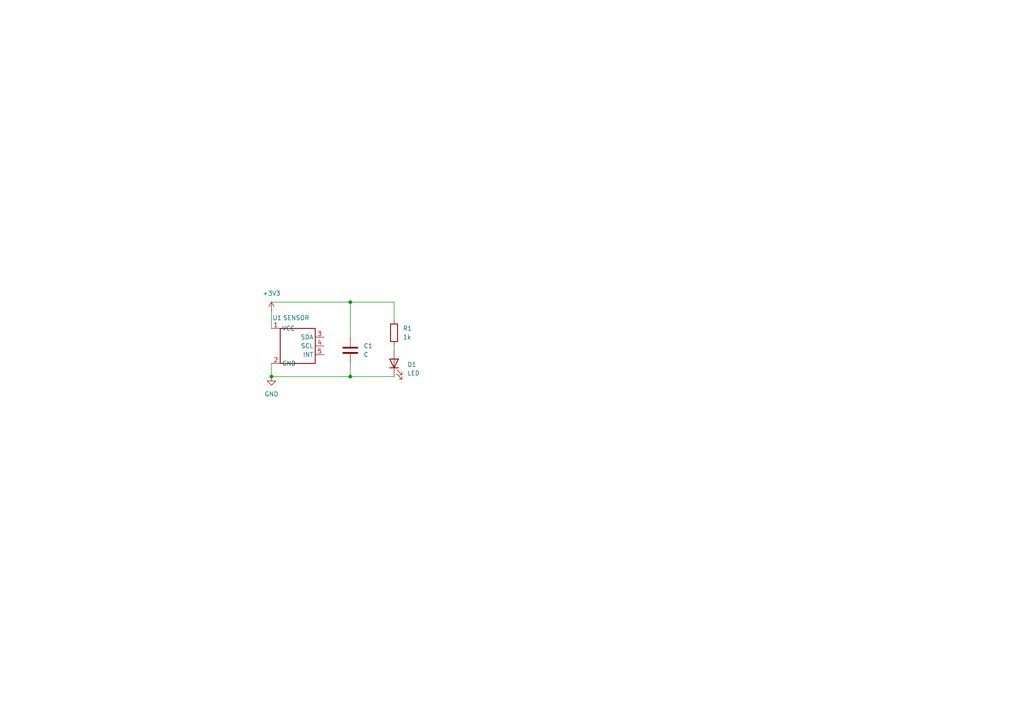
<source format=kicad_sch>
(kicad_sch (version 20250114) (generator "eeschema") (generator_version "9.0")
  (paper "A4")
  (lib_symbols
    (symbol "Custom:SWD_Header" (pin_numbers (hide yes)) (pin_names (offset 0))
      (property "Reference" "J" (at 0 10.16 0))
      (property "Value" "SWD" (at 0 -10.16 0))
      (symbol "SWD_Header_0_1"
        (rectangle (start -2.54 -13.97) (end 2.54 1.27) (stroke (width 0.254)))
      )
      (symbol "SWD_Header_1_1"
        (pin passive line (at 0 0 180) (length 2.54) (name "SWDIO") (number "1"))
        (pin passive line (at 0 -2.54 180) (length 2.54) (name "SWCLK") (number "2"))
        (pin passive line (at 0 -5.08 180) (length 2.54) (name "GND") (number "3"))
        (pin passive line (at 0 -7.62 180) (length 2.54) (name "VTREF") (number "4"))
        (pin passive line (at 0 -10.16 180) (length 2.54) (name "NRST") (number "5"))
        (pin passive line (at 0 -12.7 180) (length 2.54) (name "GND") (number "6"))
      )
    )
    (symbol "Custom:Sensor_I2C"
      (property "Reference" "U" (at -5.08 6.35 0))
      (property "Value" "SENSOR" (at -5.08 -6.35 0))
      (symbol "Sensor_I2C_0_1"
        (rectangle (start -5.08 -5.08) (end 5.08 5.08) (stroke (width 0.254)))
      )
      (symbol "Sensor_I2C_1_1"
        (pin power_in line (at -7.62 5.08 0) (length 2.54) (name "VCC") (number "1"))
        (pin power_in line (at -7.62 -5.08 0) (length 2.54) (name "GND") (number "2"))
        (pin bidirectional line (at 7.62 2.54 180) (length 2.54) (name "SDA") (number "3"))
        (pin bidirectional line (at 7.62 0 180) (length 2.54) (name "SCL") (number "4"))
        (pin output line (at 7.62 -2.54 180) (length 2.54) (name "INT") (number "5"))
      )
    )
    (symbol "Device:C" (pin_numbers (hide yes)) (pin_names (offset 0.254))
      (property "Reference" "C" (at 0.635 2.54 0))
      (property "Value" "C" (at 0.635 -2.54 0))
      (symbol "C_0_1"
        (polyline (pts (xy -2.032 0.762) (xy 2.032 0.762)) (stroke (width 0.508)))
        (polyline (pts (xy -2.032 -0.762) (xy 2.032 -0.762)) (stroke (width 0.508)))
      )
      (symbol "C_1_1"
        (pin passive line (at 0 3.81 270) (length 2.794) (name "~") (number "1"))
        (pin passive line (at 0 -3.81 90) (length 2.794) (name "~") (number "2"))
      )
    )
    (symbol "Device:Crystal" (pin_numbers (hide yes)) (pin_names (offset 1.016) (hide yes))
      (property "Reference" "Y" (at 0 3.81 0))
      (property "Value" "Crystal" (at 0 -3.81 0))
      (symbol "Crystal_0_1"
        (polyline (pts (xy -2.54 0) (xy -1.905 0)))
        (polyline (pts (xy -1.905 -1.27) (xy -1.905 1.27)) (stroke (width 0.508)))
        (rectangle (start -1.143 2.54) (end 1.143 -2.54) (stroke (width 0.3048)))
        (polyline (pts (xy 1.905 -1.27) (xy 1.905 1.27)) (stroke (width 0.508)))
        (polyline (pts (xy 2.54 0) (xy 1.905 0)))
      )
      (symbol "Crystal_1_1"
        (pin passive line (at -3.81 0 0) (length 1.27) (name "1") (number "1"))
        (pin passive line (at 3.81 0 180) (length 1.27) (name "2") (number "2"))
      )
    )
    (symbol "Device:LED" (pin_numbers (hide yes)) (pin_names (offset 1.016) (hide yes))
      (property "Reference" "D" (at 0 2.54 0))
      (property "Value" "LED" (at 0 -2.54 0))
      (symbol "LED_0_1"
        (polyline (pts (xy -3.048 -0.762) (xy -4.572 -2.286) (xy -3.81 -2.286) (xy -4.572 -2.286) (xy -4.572 -1.524)))
        (polyline (pts (xy -1.778 -0.762) (xy -3.302 -2.286) (xy -2.54 -2.286) (xy -3.302 -2.286) (xy -3.302 -1.524)))
        (polyline (pts (xy -1.27 0) (xy 1.27 0)))
        (polyline (pts (xy -1.27 -1.27) (xy -1.27 1.27)) (stroke (width 0.254)))
        (polyline (pts (xy 1.27 -1.27) (xy 1.27 1.27) (xy -1.27 0) (xy 1.27 -1.27)) (stroke (width 0.254)))
      )
      (symbol "LED_1_1"
        (pin passive line (at -3.81 0 0) (length 2.54) (name "K") (number "1"))
        (pin passive line (at 3.81 0 180) (length 2.54) (name "A") (number "2"))
      )
    )
    (symbol "Device:R" (pin_numbers (hide yes)) (pin_names (offset 0))
      (property "Reference" "R" (at 2.032 0 90))
      (property "Value" "R" (at 0 0 90))
      (symbol "R_0_1"
        (rectangle (start -1.016 -2.54) (end 1.016 2.54) (stroke (width 0.254)))
      )
      (symbol "R_1_1"
        (pin passive line (at 0 3.81 270) (length 1.27) (name "~") (number "1"))
        (pin passive line (at 0 -3.81 90) (length 1.27) (name "~") (number "2"))
      )
    )
    (symbol "MCU_ST_STM32F1:STM32F103C8Tx"
      (property "Reference" "U" (at -15.24 39.37 0))
      (property "Value" "STM32F103C8Tx" (at 7.62 39.37 0))
      (symbol "STM32F103C8Tx_0_1"
        (rectangle (start -15.24 -38.1) (end 15.24 38.1) (stroke (width 0.254)) (fill (type background)))
      )
      (symbol "STM32F103C8Tx_1_1"
        (pin input line (at -17.78 33.02 0) (length 2.54) (name "NRST") (number "7"))
        (pin input line (at -17.78 27.94 0) (length 2.54) (name "BOOT0") (number "44"))
        (pin bidirectional line (at -17.78 22.86 0) (length 2.54) (name "PD0") (number "5"))
        (pin bidirectional line (at -17.78 20.32 0) (length 2.54) (name "PD1") (number "6"))
        (pin bidirectional line (at -17.78 15.24 0) (length 2.54) (name "PC13") (number "2"))
        (pin bidirectional line (at -17.78 12.7 0) (length 2.54) (name "PC14") (number "3"))
        (pin bidirectional line (at -17.78 10.16 0) (length 2.54) (name "PC15") (number "4"))
        (pin bidirectional line (at -17.78 5.08 0) (length 2.54) (name "PB0") (number "18"))
        (pin bidirectional line (at -17.78 2.54 0) (length 2.54) (name "PB1") (number "19"))
        (pin bidirectional line (at -17.78 0 0) (length 2.54) (name "PB2") (number "20"))
        (pin bidirectional line (at -17.78 -2.54 0) (length 2.54) (name "PB3") (number "39"))
        (pin bidirectional line (at -17.78 -5.08 0) (length 2.54) (name "PB4") (number "40"))
        (pin bidirectional line (at -17.78 -7.62 0) (length 2.54) (name "PB5") (number "41"))
        (pin bidirectional line (at -17.78 -10.16 0) (length 2.54) (name "PB6") (number "42"))
        (pin bidirectional line (at -17.78 -12.7 0) (length 2.54) (name "PB7") (number "43"))
        (pin bidirectional line (at -17.78 -15.24 0) (length 2.54) (name "PB8") (number "45"))
        (pin bidirectional line (at -17.78 -17.78 0) (length 2.54) (name "PB9") (number "46"))
        (pin bidirectional line (at -17.78 -20.32 0) (length 2.54) (name "PB10") (number "21"))
        (pin bidirectional line (at -17.78 -22.86 0) (length 2.54) (name "PB11") (number "22"))
        (pin bidirectional line (at -17.78 -25.4 0) (length 2.54) (name "PB12") (number "25"))
        (pin bidirectional line (at -17.78 -27.94 0) (length 2.54) (name "PB13") (number "26"))
        (pin bidirectional line (at -17.78 -30.48 0) (length 2.54) (name "PB14") (number "27"))
        (pin bidirectional line (at -17.78 -33.02 0) (length 2.54) (name "PB15") (number "28"))
        (pin power_in line (at -5.08 40.64 270) (length 2.54) (name "VBAT") (number "1"))
        (pin power_in line (at -2.54 40.64 270) (length 2.54) (name "VDD") (number "24"))
        (pin power_in line (at 0 40.64 270) (length 2.54) (name "VDD") (number "36"))
        (pin power_in line (at 0 -40.64 90) (length 2.54) (name "VSS") (number "23"))
        (pin passive line (at 0 -40.64 90) (length 2.54) (hide yes) (name "VSS") (number "35"))
        (pin passive line (at 0 -40.64 90) (length 2.54) (hide yes) (name "VSS") (number "47"))
        (pin power_in line (at 2.54 40.64 270) (length 2.54) (name "VDD") (number "48"))
        (pin power_in line (at 2.54 -40.64 90) (length 2.54) (name "VSSA") (number "8"))
        (pin power_in line (at 5.08 40.64 270) (length 2.54) (name "VDDA") (number "9"))
        (pin bidirectional line (at 17.78 33.02 180) (length 2.54) (name "PA0") (number "10"))
        (pin bidirectional line (at 17.78 30.48 180) (length 2.54) (name "PA1") (number "11"))
        (pin bidirectional line (at 17.78 27.94 180) (length 2.54) (name "PA2") (number "12"))
        (pin bidirectional line (at 17.78 25.4 180) (length 2.54) (name "PA3") (number "13"))
        (pin bidirectional line (at 17.78 22.86 180) (length 2.54) (name "PA4") (number "14"))
        (pin bidirectional line (at 17.78 20.32 180) (length 2.54) (name "PA5") (number "15"))
        (pin bidirectional line (at 17.78 17.78 180) (length 2.54) (name "PA6") (number "16"))
        (pin bidirectional line (at 17.78 15.24 180) (length 2.54) (name "PA7") (number "17"))
        (pin bidirectional line (at 17.78 12.7 180) (length 2.54) (name "PA8") (number "29"))
        (pin bidirectional line (at 17.78 10.16 180) (length 2.54) (name "PA9") (number "30"))
        (pin bidirectional line (at 17.78 7.62 180) (length 2.54) (name "PA10") (number "31"))
        (pin bidirectional line (at 17.78 5.08 180) (length 2.54) (name "PA11") (number "32"))
        (pin bidirectional line (at 17.78 2.54 180) (length 2.54) (name "PA12") (number "33"))
        (pin bidirectional line (at 17.78 0 180) (length 2.54) (name "PA13") (number "34"))
        (pin bidirectional line (at 17.78 -2.54 180) (length 2.54) (name "PA14") (number "37"))
        (pin bidirectional line (at 17.78 -5.08 180) (length 2.54) (name "PA15") (number "38"))
      )
    )
    (symbol "Regulator_Linear:AMS1117-3.3"
      (property "Reference" "U" (at -3.81 3.175 0))
      (property "Value" "AMS1117-3.3" (at 0 3.175 0))
      (symbol "AMS1117-3.3_0_1"
        (rectangle (start -5.08 -5.08) (end 5.08 1.905) (stroke (width 0.254)) (fill (type background)))
      )
      (symbol "AMS1117-3.3_1_1"
        (pin power_in line (at -7.62 0 0) (length 2.54) (name "VI") (number "3"))
        (pin power_in line (at 0 -7.62 90) (length 2.54) (name "GND") (number "1"))
        (pin power_out line (at 7.62 0 180) (length 2.54) (name "VO") (number "2"))
      )
    )
    (symbol "power:+3V3" (power) (pin_numbers (hide yes)) (pin_names (offset 0) (hide yes))
      (property "Value" "+3V3" (at 0 3.556 0))
      (symbol "+3V3_0_1"
        (polyline (pts (xy -0.762 1.27) (xy 0 2.54)))
        (polyline (pts (xy 0 2.54) (xy 0.762 1.27)))
        (polyline (pts (xy 0 0) (xy 0 2.54)))
      )
      (symbol "+3V3_1_1"
        (pin power_in line (at 0 0 90) (length 0) (name "~") (number "1"))
      )
    )
    (symbol "power:+5V" (power) (pin_numbers (hide yes)) (pin_names (offset 0) (hide yes))
      (property "Value" "+5V" (at 0 3.556 0))
      (symbol "+5V_0_1"
        (polyline (pts (xy -0.762 1.27) (xy 0 2.54)))
        (polyline (pts (xy 0 2.54) (xy 0.762 1.27)))
        (polyline (pts (xy 0 0) (xy 0 2.54)))
      )
      (symbol "+5V_1_1"
        (pin power_in line (at 0 0 90) (length 0) (name "~") (number "1"))
      )
    )
    (symbol "power:GND" (power) (pin_numbers (hide yes)) (pin_names (offset 0) (hide yes))
      (property "Value" "GND" (at 0 -3.81 0))
      (symbol "GND_0_1"
        (polyline (pts (xy 0 0) (xy 0 -1.27) (xy 1.27 -1.27) (xy 0 -2.54) (xy -1.27 -1.27) (xy 0 -1.27)))
      )
      (symbol "GND_1_1"
        (pin power_in line (at 0 0 270) (length 0) (name "~") (number "1"))
      )
    )
  )
  (junction (at 101.6 87.63))
  (junction (at 101.6 109.22))
  (junction (at 78.74 109.22))
  (wire (pts (xy 114.3 87.63) (xy 114.3 92.71)))
  (wire (pts (xy 101.6 87.63) (xy 101.6 97.79)))
  (wire (pts (xy 78.74 90.17) (xy 78.74 95.25)))
  (wire (pts (xy 101.6 109.22) (xy 114.3 109.22)))
  (wire (pts (xy 101.6 105.41) (xy 101.6 109.22)))
  (wire (pts (xy 101.6 87.63) (xy 114.3 87.63)))
  (wire (pts (xy 101.6 109.22) (xy 78.74 109.22)))
  (wire (pts (xy 114.3 100.33) (xy 114.3 101.6)))
  (wire (pts (xy 78.74 109.22) (xy 78.74 105.41)))
  (wire (pts (xy 78.74 87.63) (xy 101.6 87.63)))
  (symbol (lib_id "Custom:Sensor_I2C") (at 86.36 100.33 0) (unit 1)
    (property "Reference" "U1" (at 78.994 92.202 0) (effects (justify left)))
    (property "Value" "SENSOR" (at 82.042 92.202 0) (effects (justify left)))
  )
  (symbol (lib_id "Device:R") (at 114.3 96.52 0) (unit 1)
    (property "Reference" "R1" (at 116.84 95.2499 0) (effects (justify left)))
    (property "Value" "1k" (at 116.84 97.7899 0) (effects (justify left)))
    (property "Description" "Resistor" (effects (hide yes)))
  )
  (symbol (lib_id "power:GND") (at 78.74 109.22 0) (unit 1)
    (property "Reference" "#PWR02" (effects (hide yes)))
    (property "Value" "GND" (at 78.74 114.3 0))
    (property "Description" "Power symbol creates a global label with name \"GND\" , ground" (effects (hide yes)))
  )
  (symbol (lib_id "Device:C") (at 101.6 101.6 0) (unit 1)
    (property "Reference" "C1" (at 105.41 100.3299 0) (effects (justify left)))
    (property "Value" "C" (at 105.41 102.8699 0) (effects (justify left)))
    (property "Description" "Unpolarized capacitor" (effects (hide yes)))
  )
  (symbol (lib_id "power:+3V3") (at 78.74 90.17 0) (unit 1)
    (property "Reference" "#PWR01" (effects (hide yes)))
    (property "Value" "+3V3" (at 78.74 85.09 0))
    (property "Description" "Power symbol creates a global label with name \"+3V3\"" (effects (hide yes)))
  )
  (symbol (lib_id "Device:LED") (at 114.3 105.41 90) (unit 1)
    (property "Reference" "D1" (at 118.11 105.7274 90) (effects (justify right)))
    (property "Value" "LED" (at 118.11 108.2674 90) (effects (justify right)))
    (property "Description" "Light emitting diode" (effects (hide yes)))
    (property "Sim.Pins" "1=K 2=A" (effects (hide yes)))
  )
)
</source>
